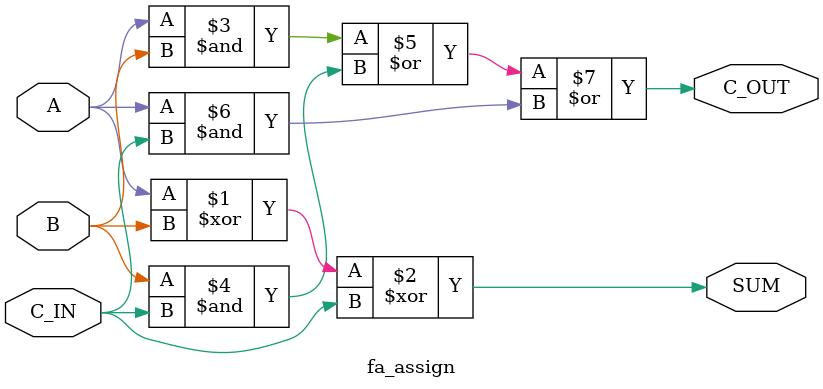
<source format=v>
module fa_assign(A, B, C_IN, SUM, C_OUT);
	input A, B, C_IN;
	output SUM, C_OUT;
	
		assign SUM = (A ^ B) ^ C_IN;
		assign C_OUT = (A & B)|(B & C_IN)|(A & C_IN);
endmodule

</source>
